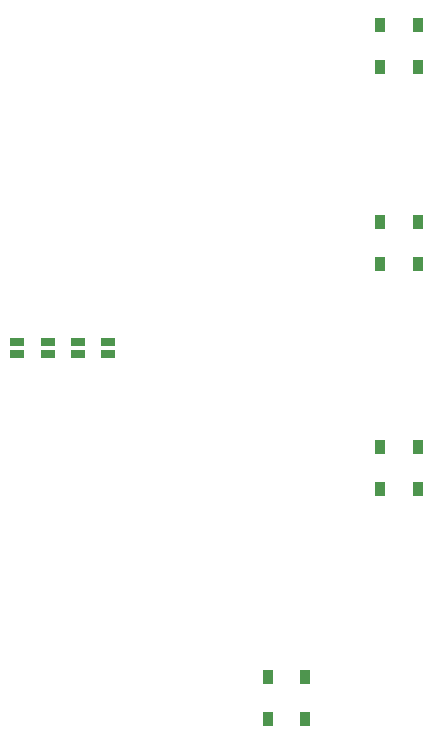
<source format=gbp>
G04 #@! TF.GenerationSoftware,KiCad,Pcbnew,5.1.4+dfsg1-1*
G04 #@! TF.CreationDate,2020-03-28T17:02:21+01:00*
G04 #@! TF.ProjectId,roni4x2split,726f6e69-3478-4327-9370-6c69742e6b69,rev?*
G04 #@! TF.SameCoordinates,Original*
G04 #@! TF.FileFunction,Paste,Bot*
G04 #@! TF.FilePolarity,Positive*
%FSLAX46Y46*%
G04 Gerber Fmt 4.6, Leading zero omitted, Abs format (unit mm)*
G04 Created by KiCad (PCBNEW 5.1.4+dfsg1-1) date 2020-03-28 17:02:21*
%MOMM*%
%LPD*%
G04 APERTURE LIST*
%ADD10R,0.950000X1.300000*%
%ADD11R,1.143000X0.635000*%
G04 APERTURE END LIST*
D10*
X126992000Y-25586150D03*
X126992000Y-22036150D03*
X126992000Y-42253700D03*
X126992000Y-38703700D03*
X126992000Y-61302500D03*
X126992000Y-57752500D03*
X117475296Y-77203324D03*
X117475296Y-80753324D03*
X130166800Y-22036150D03*
X130166800Y-25586150D03*
X130166800Y-38703700D03*
X130166800Y-42253700D03*
X130166800Y-57752500D03*
X130166800Y-61302500D03*
X120650304Y-80753324D03*
X120650304Y-77203324D03*
D11*
X103981512Y-49911442D03*
X103981512Y-48910682D03*
X101401818Y-48910682D03*
X101401818Y-49911442D03*
X98822124Y-49911442D03*
X98822124Y-48910682D03*
X96242430Y-48910682D03*
X96242430Y-49911442D03*
M02*

</source>
